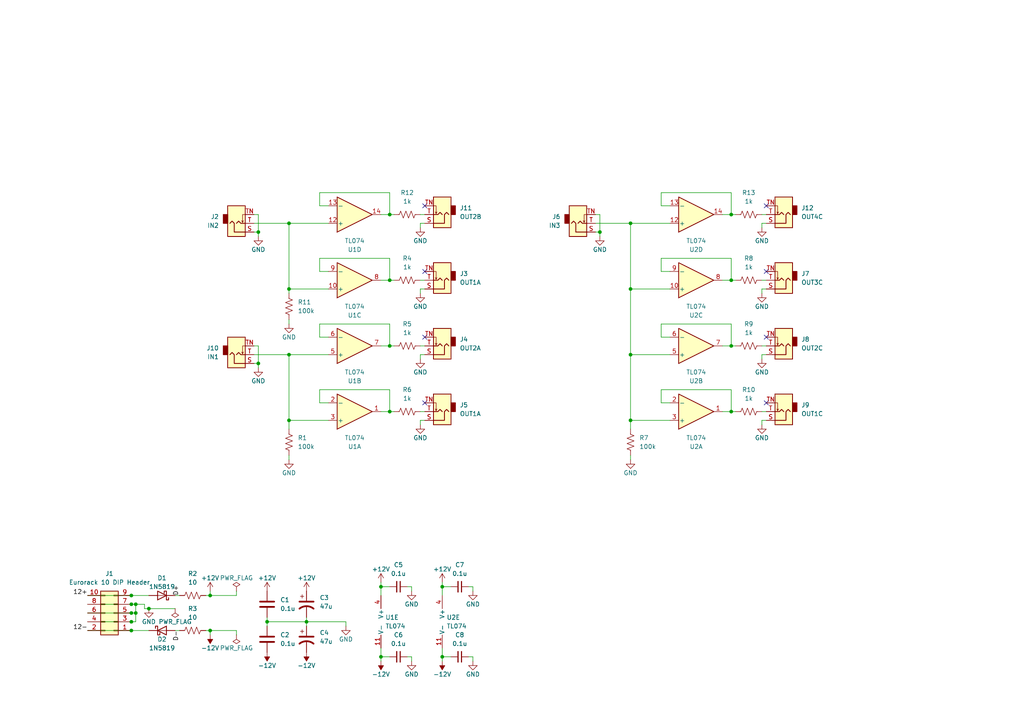
<source format=kicad_sch>
(kicad_sch (version 20230121) (generator eeschema)
  (paper "A4")
  (lib_symbols
    (symbol "Amplifier_Operational:TL074" (pin_names (offset 0.127))
      (property "Reference" "U" (at 0 5.08 0))
      (property "Value" "TL074" (at 0 -5.08 0))
      (symbol "TL074_1_1"
        (polyline (pts (xy -5.08 5.08) (xy 5.08 0) (xy -5.08 -5.08) (xy -5.08 5.08)) (stroke (width 0.254)) (fill (type background)))
        (pin output line (at 7.62 0 180) (length 2.54) (name "~") (number "1"))
        (pin input line (at -7.62 -2.54 0) (length 2.54) (name "-") (number "2"))
        (pin input line (at -7.62 2.54 0) (length 2.54) (name "+") (number "3"))
      )
      (symbol "TL074_2_1"
        (polyline (pts (xy -5.08 5.08) (xy 5.08 0) (xy -5.08 -5.08) (xy -5.08 5.08)) (stroke (width 0.254)) (fill (type background)))
        (pin input line (at -7.62 2.54 0) (length 2.54) (name "+") (number "5"))
        (pin input line (at -7.62 -2.54 0) (length 2.54) (name "-") (number "6"))
        (pin output line (at 7.62 0 180) (length 2.54) (name "~") (number "7"))
      )
      (symbol "TL074_3_1"
        (polyline (pts (xy -5.08 5.08) (xy 5.08 0) (xy -5.08 -5.08) (xy -5.08 5.08)) (stroke (width 0.254)) (fill (type background)))
        (pin input line (at -7.62 2.54 0) (length 2.54) (name "+") (number "10"))
        (pin output line (at 7.62 0 180) (length 2.54) (name "~") (number "8"))
        (pin input line (at -7.62 -2.54 0) (length 2.54) (name "-") (number "9"))
      )
      (symbol "TL074_4_1"
        (polyline (pts (xy -5.08 5.08) (xy 5.08 0) (xy -5.08 -5.08) (xy -5.08 5.08)) (stroke (width 0.254)) (fill (type background)))
        (pin input line (at -7.62 2.54 0) (length 2.54) (name "+") (number "12"))
        (pin input line (at -7.62 -2.54 0) (length 2.54) (name "-") (number "13"))
        (pin output line (at 7.62 0 180) (length 2.54) (name "~") (number "14"))
      )
      (symbol "TL074_5_1"
        (pin power_in line (at -2.54 -7.62 90) (length 3.81) (name "V-") (number "11"))
        (pin power_in line (at -2.54 7.62 270) (length 3.81) (name "V+") (number "4"))
      )
    )
    (symbol "Connector:AudioJack2_SwitchT"
      (property "Reference" "J" (at 0 8.89 0))
      (property "Value" "AudioJack2_SwitchT" (at 0 6.35 0))
      (symbol "AudioJack2_SwitchT_0_1"
        (rectangle (start -2.54 0) (end -3.81 -2.54) (stroke (width 0.254)) (fill (type outline)))
        (polyline (pts (xy 1.778 -0.254) (xy 2.032 -0.762)))
        (polyline (pts (xy 0 0) (xy 0.635 -0.635) (xy 1.27 0) (xy 2.54 0)) (stroke (width 0.254)))
        (polyline (pts (xy 2.54 -2.54) (xy 1.778 -2.54) (xy 1.778 -0.254) (xy 1.524 -0.762)))
        (polyline (pts (xy 2.54 2.54) (xy -0.635 2.54) (xy -0.635 0) (xy -1.27 -0.635) (xy -1.905 0)) (stroke (width 0.254)))
        (rectangle (start 2.54 3.81) (end -2.54 -5.08) (stroke (width 0.254)) (fill (type background)))
      )
      (symbol "AudioJack2_SwitchT_1_1"
        (pin passive line (at 5.08 2.54 180) (length 2.54) (name "~") (number "S"))
        (pin passive line (at 5.08 0 180) (length 2.54) (name "~") (number "T"))
        (pin passive line (at 5.08 -2.54 180) (length 2.54) (name "~") (number "TN"))
      )
    )
    (symbol "Connector_Generic:Conn_02x05_Odd_Even" (pin_names (offset 1.016) hide)
      (property "Reference" "J" (at 1.27 7.62 0))
      (property "Value" "Conn_02x05_Odd_Even" (at 1.27 -7.62 0))
      (symbol "Conn_02x05_Odd_Even_1_1"
        (rectangle (start -1.27 -4.953) (end 0 -5.207) (stroke (width 0.1524)))
        (rectangle (start -1.27 -2.413) (end 0 -2.667) (stroke (width 0.1524)))
        (rectangle (start -1.27 0.127) (end 0 -0.127) (stroke (width 0.1524)))
        (rectangle (start -1.27 2.667) (end 0 2.413) (stroke (width 0.1524)))
        (rectangle (start -1.27 5.207) (end 0 4.953) (stroke (width 0.1524)))
        (rectangle (start -1.27 6.35) (end 3.81 -6.35) (stroke (width 0.254)) (fill (type background)))
        (rectangle (start 3.81 -4.953) (end 2.54 -5.207) (stroke (width 0.1524)))
        (rectangle (start 3.81 -2.413) (end 2.54 -2.667) (stroke (width 0.1524)))
        (rectangle (start 3.81 0.127) (end 2.54 -0.127) (stroke (width 0.1524)))
        (rectangle (start 3.81 2.667) (end 2.54 2.413) (stroke (width 0.1524)))
        (rectangle (start 3.81 5.207) (end 2.54 4.953) (stroke (width 0.1524)))
        (pin passive line (at -5.08 5.08 0) (length 3.81) (name "Pin_1") (number "1"))
        (pin passive line (at 7.62 -5.08 180) (length 3.81) (name "Pin_10") (number "10"))
        (pin passive line (at 7.62 5.08 180) (length 3.81) (name "Pin_2") (number "2"))
        (pin passive line (at -5.08 2.54 0) (length 3.81) (name "Pin_3") (number "3"))
        (pin passive line (at 7.62 2.54 180) (length 3.81) (name "Pin_4") (number "4"))
        (pin passive line (at -5.08 0 0) (length 3.81) (name "Pin_5") (number "5"))
        (pin passive line (at 7.62 0 180) (length 3.81) (name "Pin_6") (number "6"))
        (pin passive line (at -5.08 -2.54 0) (length 3.81) (name "Pin_7") (number "7"))
        (pin passive line (at 7.62 -2.54 180) (length 3.81) (name "Pin_8") (number "8"))
        (pin passive line (at -5.08 -5.08 0) (length 3.81) (name "Pin_9") (number "9"))
      )
    )
    (symbol "Device:C" (pin_numbers hide) (pin_names (offset 0.254))
      (property "Reference" "C" (at 0.635 2.54 0))
      (property "Value" "C" (at 0.635 -2.54 0))
      (symbol "C_0_1"
        (polyline (pts (xy -2.032 -0.762) (xy 2.032 -0.762)) (stroke (width 0.508)))
        (polyline (pts (xy -2.032 0.762) (xy 2.032 0.762)) (stroke (width 0.508)))
      )
      (symbol "C_1_1"
        (pin passive line (at 0 3.81 270) (length 2.794) (name "~") (number "1"))
        (pin passive line (at 0 -3.81 90) (length 2.794) (name "~") (number "2"))
      )
    )
    (symbol "Device:C_Polarized_US" (pin_numbers hide) (pin_names (offset 0.254) hide)
      (property "Reference" "C" (at 0.635 2.54 0))
      (property "Value" "C_Polarized_US" (at 0.635 -2.54 0))
      (symbol "C_Polarized_US_0_1"
        (polyline (pts (xy -2.032 0.762) (xy 2.032 0.762)) (stroke (width 0.508)))
        (polyline (pts (xy -1.778 2.286) (xy -0.762 2.286)))
        (polyline (pts (xy -1.27 1.778) (xy -1.27 2.794)))
        (arc (start 2.032 -1.27) (mid 0 -0.5572) (end -2.032 -1.27) (stroke (width 0.508)))
      )
      (symbol "C_Polarized_US_1_1"
        (pin passive line (at 0 3.81 270) (length 2.794) (name "~") (number "1"))
        (pin passive line (at 0 -3.81 90) (length 3.302) (name "~") (number "2"))
      )
    )
    (symbol "Device:C_Small" (pin_numbers hide) (pin_names (offset 0.254) hide)
      (property "Reference" "C" (at 0.254 1.778 0))
      (property "Value" "C_Small" (at 0.254 -2.032 0))
      (symbol "C_Small_0_1"
        (polyline (pts (xy -1.524 -0.508) (xy 1.524 -0.508)) (stroke (width 0.3302)))
        (polyline (pts (xy -1.524 0.508) (xy 1.524 0.508)) (stroke (width 0.3048)))
      )
      (symbol "C_Small_1_1"
        (pin passive line (at 0 2.54 270) (length 2.032) (name "~") (number "1"))
        (pin passive line (at 0 -2.54 90) (length 2.032) (name "~") (number "2"))
      )
    )
    (symbol "Device:R_US" (pin_numbers hide) (pin_names (offset 0))
      (property "Reference" "R" (at 2.54 0 90))
      (property "Value" "R_US" (at -2.54 0 90))
      (symbol "R_US_0_1"
        (polyline (pts (xy 0 -2.286) (xy 0 -2.54)))
        (polyline (pts (xy 0 2.286) (xy 0 2.54)))
        (polyline (pts (xy 0 -0.762) (xy 1.016 -1.143) (xy 0 -1.524) (xy -1.016 -1.905) (xy 0 -2.286)))
        (polyline (pts (xy 0 0.762) (xy 1.016 0.381) (xy 0 0) (xy -1.016 -0.381) (xy 0 -0.762)))
        (polyline (pts (xy 0 2.286) (xy 1.016 1.905) (xy 0 1.524) (xy -1.016 1.143) (xy 0 0.762)))
      )
      (symbol "R_US_1_1"
        (pin passive line (at 0 3.81 270) (length 1.27) (name "~") (number "1"))
        (pin passive line (at 0 -3.81 90) (length 1.27) (name "~") (number "2"))
      )
    )
    (symbol "Diode:1N5819" (pin_numbers hide) (pin_names (offset 1.016) hide)
      (property "Reference" "D" (at 0 2.54 0))
      (property "Value" "1N5819" (at 0 -2.54 0))
      (symbol "1N5819_0_1"
        (polyline (pts (xy 1.27 0) (xy -1.27 0)))
        (polyline (pts (xy 1.27 1.27) (xy 1.27 -1.27) (xy -1.27 0) (xy 1.27 1.27)) (stroke (width 0.254)))
        (polyline (pts (xy -1.905 0.635) (xy -1.905 1.27) (xy -1.27 1.27) (xy -1.27 -1.27) (xy -0.635 -1.27) (xy -0.635 -0.635)) (stroke (width 0.254)))
      )
      (symbol "1N5819_1_1"
        (pin passive line (at -3.81 0 0) (length 2.54) (name "K") (number "1"))
        (pin passive line (at 3.81 0 180) (length 2.54) (name "A") (number "2"))
      )
    )
    (symbol "power:+12V" (power) (pin_names (offset 0))
      (property "Value" "+12V" (at 0 3.556 0))
      (symbol "+12V_0_1"
        (polyline (pts (xy -0.762 1.27) (xy 0 2.54)))
        (polyline (pts (xy 0 0) (xy 0 2.54)))
        (polyline (pts (xy 0 2.54) (xy 0.762 1.27)))
      )
      (symbol "+12V_1_1"
        (pin power_in line (at 0 0 90) (length 0) hide (name "+12V") (number "1"))
      )
    )
    (symbol "power:-12V" (power) (pin_names (offset 0))
      (property "Value" "-12V" (at 0 3.81 0))
      (symbol "-12V_0_0"
        (pin power_in line (at 0 0 90) (length 0) hide (name "-12V") (number "1"))
      )
      (symbol "-12V_0_1"
        (polyline (pts (xy 0 0) (xy 0 1.27) (xy 0.762 1.27) (xy 0 2.54) (xy -0.762 1.27) (xy 0 1.27)) (fill (type outline)))
      )
    )
    (symbol "power:GND" (power) (pin_names (offset 0))
      (property "Value" "GND" (at 0 -3.81 0))
      (symbol "GND_0_1"
        (polyline (pts (xy 0 0) (xy 0 -1.27) (xy 1.27 -1.27) (xy 0 -2.54) (xy -1.27 -1.27) (xy 0 -1.27)))
      )
      (symbol "GND_1_1"
        (pin power_in line (at 0 0 270) (length 0) hide (name "GND") (number "1"))
      )
    )
    (symbol "power:PWR_FLAG" (power) (pin_numbers hide) (pin_names (offset 0) hide)
      (property "Value" "PWR_FLAG" (at 0 3.81 0))
      (symbol "PWR_FLAG_0_0"
        (pin power_out line (at 0 0 90) (length 0) (name "pwr") (number "1"))
      )
      (symbol "PWR_FLAG_0_1"
        (polyline (pts (xy 0 0) (xy 0 1.27) (xy -1.016 1.905) (xy 0 2.54) (xy 1.016 1.905) (xy 0 1.27)))
      )
    )
  )
  (junction (at 212.09 62.23))
  (junction (at 74.93 67.31))
  (junction (at 173.99 67.31))
  (junction (at 182.88 102.87))
  (junction (at 38.1 172.72))
  (junction (at 182.88 121.92))
  (junction (at 38.1 175.26))
  (junction (at 83.82 83.82))
  (junction (at 182.88 64.77))
  (junction (at 128.27 170.18))
  (junction (at 43.18 176.53))
  (junction (at 212.09 100.33))
  (junction (at 74.93 105.41))
  (junction (at 110.49 170.18))
  (junction (at 77.47 180.34))
  (junction (at 83.82 102.87))
  (junction (at 113.03 119.38))
  (junction (at 83.82 121.92))
  (junction (at 38.1 177.8))
  (junction (at 83.82 64.77))
  (junction (at 38.1 180.34))
  (junction (at 39.37 177.8))
  (junction (at 113.03 62.23))
  (junction (at 113.03 81.28))
  (junction (at 113.03 100.33))
  (junction (at 38.1 182.88))
  (junction (at 88.9 180.34))
  (junction (at 60.96 182.88))
  (junction (at 60.96 172.72))
  (junction (at 212.09 81.28))
  (junction (at 39.37 175.26))
  (junction (at 110.49 190.5))
  (junction (at 128.27 190.5))
  (junction (at 212.09 119.38))
  (junction (at 182.88 83.82))
  (no_connect (at 222.25 116.84))
  (no_connect (at 123.19 116.84))
  (no_connect (at 123.19 97.79))
  (no_connect (at 222.25 97.79))
  (no_connect (at 222.25 59.69))
  (no_connect (at 123.19 78.74))
  (no_connect (at 222.25 78.74))
  (no_connect (at 123.19 59.69))
  (wire (pts (xy 212.09 119.38) (xy 209.55 119.38)))
  (wire (pts (xy 25.4 172.72) (xy 38.1 172.72)))
  (wire (pts (xy 137.16 190.5) (xy 137.16 191.77)))
  (wire (pts (xy 220.98 121.92) (xy 220.98 123.19)))
  (wire (pts (xy 92.71 116.84) (xy 92.71 113.03)))
  (wire (pts (xy 212.09 119.38) (xy 213.36 119.38)))
  (wire (pts (xy 191.77 93.98) (xy 212.09 93.98)))
  (wire (pts (xy 73.66 64.77) (xy 83.82 64.77)))
  (wire (pts (xy 222.25 83.82) (xy 220.98 83.82)))
  (wire (pts (xy 121.92 119.38) (xy 123.19 119.38)))
  (wire (pts (xy 68.58 182.88) (xy 68.58 184.15)))
  (wire (pts (xy 88.9 179.07) (xy 88.9 180.34)))
  (wire (pts (xy 182.88 83.82) (xy 194.31 83.82)))
  (wire (pts (xy 194.31 116.84) (xy 191.77 116.84)))
  (wire (pts (xy 100.33 180.34) (xy 88.9 180.34)))
  (wire (pts (xy 95.25 97.79) (xy 92.71 97.79)))
  (wire (pts (xy 38.1 177.8) (xy 39.37 177.8)))
  (wire (pts (xy 50.8 172.72) (xy 52.07 172.72)))
  (wire (pts (xy 220.98 81.28) (xy 222.25 81.28)))
  (wire (pts (xy 182.88 121.92) (xy 182.88 124.46)))
  (wire (pts (xy 74.93 67.31) (xy 74.93 68.58)))
  (wire (pts (xy 50.8 182.88) (xy 52.07 182.88)))
  (wire (pts (xy 182.88 64.77) (xy 194.31 64.77)))
  (wire (pts (xy 74.93 105.41) (xy 74.93 106.68)))
  (wire (pts (xy 110.49 62.23) (xy 113.03 62.23)))
  (wire (pts (xy 39.37 180.34) (xy 39.37 177.8)))
  (wire (pts (xy 113.03 81.28) (xy 110.49 81.28)))
  (wire (pts (xy 41.91 176.53) (xy 43.18 176.53)))
  (wire (pts (xy 121.92 81.28) (xy 123.19 81.28)))
  (wire (pts (xy 121.92 102.87) (xy 121.92 104.14)))
  (wire (pts (xy 113.03 62.23) (xy 113.03 55.88)))
  (wire (pts (xy 83.82 64.77) (xy 83.82 83.82)))
  (wire (pts (xy 83.82 102.87) (xy 83.82 121.92)))
  (wire (pts (xy 39.37 177.8) (xy 39.37 175.26)))
  (wire (pts (xy 88.9 180.34) (xy 88.9 181.61)))
  (wire (pts (xy 222.25 102.87) (xy 220.98 102.87)))
  (wire (pts (xy 110.49 190.5) (xy 110.49 187.96)))
  (wire (pts (xy 38.1 172.72) (xy 43.18 172.72)))
  (wire (pts (xy 95.25 116.84) (xy 92.71 116.84)))
  (wire (pts (xy 137.16 170.18) (xy 137.16 171.45)))
  (wire (pts (xy 113.03 74.93) (xy 113.03 81.28)))
  (wire (pts (xy 128.27 170.18) (xy 130.81 170.18)))
  (wire (pts (xy 121.92 64.77) (xy 121.92 66.04)))
  (wire (pts (xy 41.91 175.26) (xy 41.91 176.53)))
  (wire (pts (xy 119.38 170.18) (xy 119.38 171.45)))
  (wire (pts (xy 128.27 190.5) (xy 128.27 187.96)))
  (wire (pts (xy 121.92 100.33) (xy 123.19 100.33)))
  (wire (pts (xy 123.19 83.82) (xy 121.92 83.82)))
  (wire (pts (xy 212.09 81.28) (xy 213.36 81.28)))
  (wire (pts (xy 60.96 171.45) (xy 60.96 172.72)))
  (wire (pts (xy 110.49 170.18) (xy 113.03 170.18)))
  (wire (pts (xy 121.92 62.23) (xy 123.19 62.23)))
  (wire (pts (xy 212.09 100.33) (xy 213.36 100.33)))
  (wire (pts (xy 212.09 55.88) (xy 191.77 55.88)))
  (wire (pts (xy 118.11 190.5) (xy 119.38 190.5)))
  (wire (pts (xy 38.1 180.34) (xy 39.37 180.34)))
  (wire (pts (xy 110.49 190.5) (xy 110.49 191.77)))
  (wire (pts (xy 77.47 180.34) (xy 77.47 181.61)))
  (wire (pts (xy 212.09 93.98) (xy 212.09 100.33)))
  (wire (pts (xy 182.88 132.08) (xy 182.88 133.35)))
  (wire (pts (xy 212.09 81.28) (xy 209.55 81.28)))
  (wire (pts (xy 113.03 62.23) (xy 114.3 62.23)))
  (wire (pts (xy 77.47 179.07) (xy 77.47 180.34)))
  (wire (pts (xy 121.92 83.82) (xy 121.92 85.09)))
  (wire (pts (xy 172.72 62.23) (xy 173.99 62.23)))
  (wire (pts (xy 182.88 83.82) (xy 182.88 102.87)))
  (wire (pts (xy 222.25 121.92) (xy 220.98 121.92)))
  (wire (pts (xy 194.31 97.79) (xy 191.77 97.79)))
  (wire (pts (xy 68.58 171.45) (xy 68.58 172.72)))
  (wire (pts (xy 191.77 74.93) (xy 212.09 74.93)))
  (wire (pts (xy 191.77 97.79) (xy 191.77 93.98)))
  (wire (pts (xy 191.77 59.69) (xy 194.31 59.69)))
  (wire (pts (xy 220.98 119.38) (xy 222.25 119.38)))
  (wire (pts (xy 77.47 180.34) (xy 88.9 180.34)))
  (wire (pts (xy 173.99 67.31) (xy 173.99 68.58)))
  (wire (pts (xy 130.81 190.5) (xy 128.27 190.5)))
  (wire (pts (xy 100.33 181.61) (xy 100.33 180.34)))
  (wire (pts (xy 83.82 92.71) (xy 83.82 93.98)))
  (wire (pts (xy 113.03 190.5) (xy 110.49 190.5)))
  (wire (pts (xy 59.69 172.72) (xy 60.96 172.72)))
  (wire (pts (xy 95.25 78.74) (xy 92.71 78.74)))
  (wire (pts (xy 83.82 83.82) (xy 83.82 85.09)))
  (wire (pts (xy 135.89 190.5) (xy 137.16 190.5)))
  (wire (pts (xy 92.71 113.03) (xy 113.03 113.03)))
  (wire (pts (xy 182.88 102.87) (xy 194.31 102.87)))
  (wire (pts (xy 220.98 62.23) (xy 222.25 62.23)))
  (wire (pts (xy 194.31 78.74) (xy 191.77 78.74)))
  (wire (pts (xy 38.1 182.88) (xy 43.18 182.88)))
  (wire (pts (xy 123.19 102.87) (xy 121.92 102.87)))
  (wire (pts (xy 113.03 119.38) (xy 110.49 119.38)))
  (wire (pts (xy 83.82 83.82) (xy 95.25 83.82)))
  (wire (pts (xy 220.98 64.77) (xy 220.98 66.04)))
  (wire (pts (xy 212.09 74.93) (xy 212.09 81.28)))
  (wire (pts (xy 191.77 116.84) (xy 191.77 113.03)))
  (wire (pts (xy 92.71 59.69) (xy 95.25 59.69)))
  (wire (pts (xy 74.93 62.23) (xy 74.93 67.31)))
  (wire (pts (xy 128.27 170.18) (xy 128.27 172.72)))
  (wire (pts (xy 113.03 55.88) (xy 92.71 55.88)))
  (wire (pts (xy 212.09 62.23) (xy 213.36 62.23)))
  (wire (pts (xy 113.03 93.98) (xy 113.03 100.33)))
  (wire (pts (xy 113.03 100.33) (xy 110.49 100.33)))
  (wire (pts (xy 60.96 182.88) (xy 68.58 182.88)))
  (wire (pts (xy 92.71 93.98) (xy 113.03 93.98)))
  (wire (pts (xy 60.96 172.72) (xy 68.58 172.72)))
  (wire (pts (xy 128.27 168.91) (xy 128.27 170.18)))
  (wire (pts (xy 123.19 121.92) (xy 121.92 121.92)))
  (wire (pts (xy 39.37 175.26) (xy 41.91 175.26)))
  (wire (pts (xy 25.4 177.8) (xy 38.1 177.8)))
  (wire (pts (xy 191.77 113.03) (xy 212.09 113.03)))
  (wire (pts (xy 92.71 74.93) (xy 113.03 74.93)))
  (wire (pts (xy 123.19 64.77) (xy 121.92 64.77)))
  (wire (pts (xy 83.82 121.92) (xy 95.25 121.92)))
  (wire (pts (xy 83.82 121.92) (xy 83.82 124.46)))
  (wire (pts (xy 121.92 121.92) (xy 121.92 123.19)))
  (wire (pts (xy 73.66 102.87) (xy 83.82 102.87)))
  (wire (pts (xy 83.82 132.08) (xy 83.82 133.35)))
  (wire (pts (xy 113.03 81.28) (xy 114.3 81.28)))
  (wire (pts (xy 74.93 100.33) (xy 74.93 105.41)))
  (wire (pts (xy 92.71 97.79) (xy 92.71 93.98)))
  (wire (pts (xy 182.88 102.87) (xy 182.88 121.92)))
  (wire (pts (xy 110.49 170.18) (xy 110.49 172.72)))
  (wire (pts (xy 113.03 119.38) (xy 114.3 119.38)))
  (wire (pts (xy 73.66 62.23) (xy 74.93 62.23)))
  (wire (pts (xy 222.25 64.77) (xy 220.98 64.77)))
  (wire (pts (xy 73.66 105.41) (xy 74.93 105.41)))
  (wire (pts (xy 25.4 175.26) (xy 38.1 175.26)))
  (wire (pts (xy 191.77 55.88) (xy 191.77 59.69)))
  (wire (pts (xy 73.66 67.31) (xy 74.93 67.31)))
  (wire (pts (xy 220.98 83.82) (xy 220.98 85.09)))
  (wire (pts (xy 92.71 78.74) (xy 92.71 74.93)))
  (wire (pts (xy 119.38 190.5) (xy 119.38 191.77)))
  (wire (pts (xy 135.89 170.18) (xy 137.16 170.18)))
  (wire (pts (xy 182.88 64.77) (xy 182.88 83.82)))
  (wire (pts (xy 212.09 100.33) (xy 209.55 100.33)))
  (wire (pts (xy 110.49 168.91) (xy 110.49 170.18)))
  (wire (pts (xy 212.09 113.03) (xy 212.09 119.38)))
  (wire (pts (xy 83.82 64.77) (xy 95.25 64.77)))
  (wire (pts (xy 209.55 62.23) (xy 212.09 62.23)))
  (wire (pts (xy 172.72 67.31) (xy 173.99 67.31)))
  (wire (pts (xy 43.18 176.53) (xy 50.8 176.53)))
  (wire (pts (xy 83.82 102.87) (xy 95.25 102.87)))
  (wire (pts (xy 113.03 113.03) (xy 113.03 119.38)))
  (wire (pts (xy 38.1 175.26) (xy 39.37 175.26)))
  (wire (pts (xy 59.69 182.88) (xy 60.96 182.88)))
  (wire (pts (xy 173.99 62.23) (xy 173.99 67.31)))
  (wire (pts (xy 128.27 190.5) (xy 128.27 191.77)))
  (wire (pts (xy 25.4 182.88) (xy 38.1 182.88)))
  (wire (pts (xy 60.96 182.88) (xy 60.96 184.15)))
  (wire (pts (xy 92.71 55.88) (xy 92.71 59.69)))
  (wire (pts (xy 118.11 170.18) (xy 119.38 170.18)))
  (wire (pts (xy 191.77 78.74) (xy 191.77 74.93)))
  (wire (pts (xy 172.72 64.77) (xy 182.88 64.77)))
  (wire (pts (xy 113.03 100.33) (xy 114.3 100.33)))
  (wire (pts (xy 220.98 100.33) (xy 222.25 100.33)))
  (wire (pts (xy 73.66 100.33) (xy 74.93 100.33)))
  (wire (pts (xy 220.98 102.87) (xy 220.98 104.14)))
  (wire (pts (xy 25.4 180.34) (xy 38.1 180.34)))
  (wire (pts (xy 182.88 121.92) (xy 194.31 121.92)))
  (wire (pts (xy 212.09 62.23) (xy 212.09 55.88)))
  (label "D+" (at 52.07 172.72 90))
  (label "D-" (at 52.07 182.88 270))
  (label "12-" (at 25.4 182.88 180))
  (label "12+" (at 25.4 172.72 180))
  (symbol (lib_id "power:GND") (at 83.82 93.98 0) (unit 1)
    (property "Reference" "#PWR028" (effects hide))
    (property "Value" "GND" (at 83.82 97.79 0))
  )
  (symbol (lib_id "power:PWR_FLAG") (at 68.58 171.45 0) (unit 1)
    (property "Reference" "#FLG02" (effects hide))
    (property "Value" "PWR_FLAG" (at 68.58 167.64 0))
  )
  (symbol (lib_id "power:GND") (at 121.92 85.09 0) (unit 1)
    (property "Reference" "#PWR013" (effects hide))
    (property "Value" "GND" (at 121.92 88.9 0))
  )
  (symbol (lib_id "Device:C_Small") (at 115.57 170.18 270) (unit 1)
    (property "Reference" "C5" (at 115.5636 163.83 90))
    (property "Value" "0.1u" (at 115.5636 166.37 90))
    (property "Footprint" "Capacitor_THT:C_Disc_D4.7mm_W2.5mm_P5.00mm" (effects hide))
  )
  (symbol (lib_id "Device:R_US") (at 83.82 128.27 0) (unit 1)
    (property "Reference" "R1" (at 86.36 126.9999 0) (effects (justify left)))
    (property "Value" "100k" (at 86.36 129.5399 0) (effects (justify left)))
    (property "Footprint" "Resistor_THT:R_Axial_DIN0207_L6.3mm_D2.5mm_P7.62mm_Horizontal" (effects hide))
  )
  (symbol (lib_id "Connector:AudioJack2_SwitchT") (at 167.64 64.77 0) (mirror x) (unit 1)
    (property "Reference" "J6" (at 162.56 62.8649 0) (effects (justify right)))
    (property "Value" "IN3" (at 162.56 65.4049 0) (effects (justify right)))
    (property "Footprint" "Connector_Audio:Jack_3.5mm_QingPu_WQP-PJ398SM_Vertical_CircularHoles" (effects hide))
  )
  (symbol (lib_id "Device:R_US") (at 118.11 62.23 90) (unit 1)
    (property "Reference" "R12" (at 118.11 55.88 90))
    (property "Value" "1k" (at 118.11 58.42 90))
    (property "Footprint" "Resistor_THT:R_Axial_DIN0207_L6.3mm_D2.5mm_P7.62mm_Horizontal" (effects hide))
  )
  (symbol (lib_id "power:GND") (at 137.16 191.77 0) (unit 1)
    (property "Reference" "#PWR021" (effects hide))
    (property "Value" "GND" (at 137.16 195.58 0))
  )
  (symbol (lib_id "power:GND") (at 220.98 66.04 0) (unit 1)
    (property "Reference" "#PWR030" (effects hide))
    (property "Value" "GND" (at 220.98 69.85 0))
  )
  (symbol (lib_id "Connector:AudioJack2_SwitchT") (at 68.58 102.87 0) (mirror x) (unit 1)
    (property "Reference" "J10" (at 63.5 100.9649 0) (effects (justify right)))
    (property "Value" "IN1" (at 63.5 103.5049 0) (effects (justify right)))
    (property "Footprint" "Connector_Audio:Jack_3.5mm_QingPu_WQP-PJ398SM_Vertical_CircularHoles" (effects hide))
  )
  (symbol (lib_id "power:+12V") (at 77.47 171.45 0) (unit 1)
    (property "Reference" "#PWR06" (effects hide))
    (property "Value" "+12V" (at 77.47 167.64 0))
  )
  (symbol (lib_id "power:GND") (at 119.38 171.45 0) (unit 1)
    (property "Reference" "#PWR016" (effects hide))
    (property "Value" "GND" (at 119.38 175.26 0))
  )
  (symbol (lib_id "Device:R_US") (at 217.17 81.28 90) (unit 1)
    (property "Reference" "R8" (at 217.17 74.93 90))
    (property "Value" "1k" (at 217.17 77.47 90))
    (property "Footprint" "Resistor_THT:R_Axial_DIN0207_L6.3mm_D2.5mm_P7.62mm_Horizontal" (effects hide))
  )
  (symbol (lib_id "Amplifier_Operational:TL074") (at 201.93 62.23 0) (mirror x) (unit 4)
    (property "Reference" "U2" (at 201.93 72.39 0))
    (property "Value" "TL074" (at 201.93 69.85 0))
    (property "Footprint" "Package_DIP:DIP-14_W7.62mm" (effects hide))
    (property "Datasheet" "http://www.ti.com/lit/ds/symlink/tl071.pdf" (effects hide))
  )
  (symbol (lib_id "Amplifier_Operational:TL074") (at 113.03 180.34 0) (unit 5)
    (property "Reference" "U1" (at 111.76 179.0699 0) (effects (justify left)))
    (property "Value" "TL074" (at 111.76 181.6099 0) (effects (justify left)))
    (property "Footprint" "Package_DIP:DIP-14_W7.62mm" (effects hide))
    (property "Datasheet" "http://www.ti.com/lit/ds/symlink/tl071.pdf" (effects hide))
  )
  (symbol (lib_id "Device:R_US") (at 55.88 182.88 270) (unit 1)
    (property "Reference" "R3" (at 55.88 176.53 90))
    (property "Value" "10" (at 55.88 179.07 90))
    (property "Footprint" "Resistor_THT:R_Axial_DIN0207_L6.3mm_D2.5mm_P7.62mm_Horizontal" (effects hide))
  )
  (symbol (lib_id "Device:R_US") (at 217.17 100.33 90) (unit 1)
    (property "Reference" "R9" (at 217.17 93.98 90))
    (property "Value" "1k" (at 217.17 96.52 90))
    (property "Footprint" "Resistor_THT:R_Axial_DIN0207_L6.3mm_D2.5mm_P7.62mm_Horizontal" (effects hide))
  )
  (symbol (lib_id "power:GND") (at 220.98 123.19 0) (unit 1)
    (property "Reference" "#PWR026" (effects hide))
    (property "Value" "GND" (at 220.98 127 0))
  )
  (symbol (lib_id "Device:C") (at 77.47 185.42 180) (unit 1)
    (property "Reference" "C2" (at 81.28 184.1499 0) (effects (justify right)))
    (property "Value" "0.1u" (at 81.28 186.6899 0) (effects (justify right)))
    (property "Footprint" "Capacitor_THT:C_Disc_D4.7mm_W2.5mm_P5.00mm" (effects hide))
  )
  (symbol (lib_id "Device:R_US") (at 217.17 62.23 90) (unit 1)
    (property "Reference" "R13" (at 217.17 55.88 90))
    (property "Value" "1k" (at 217.17 58.42 90))
    (property "Footprint" "Resistor_THT:R_Axial_DIN0207_L6.3mm_D2.5mm_P7.62mm_Horizontal" (effects hide))
  )
  (symbol (lib_id "Amplifier_Operational:TL074") (at 102.87 100.33 0) (mirror x) (unit 2)
    (property "Reference" "U1" (at 102.87 110.49 0))
    (property "Value" "TL074" (at 102.87 107.95 0))
    (property "Footprint" "Package_DIP:DIP-14_W7.62mm" (effects hide))
    (property "Datasheet" "http://www.ti.com/lit/ds/symlink/tl071.pdf" (effects hide))
  )
  (symbol (lib_id "Connector:AudioJack2_SwitchT") (at 128.27 81.28 180) (unit 1)
    (property "Reference" "J3" (at 133.35 79.3749 0) (effects (justify right)))
    (property "Value" "OUT1A" (at 133.35 81.9149 0) (effects (justify right)))
    (property "Footprint" "Connector_Audio:Jack_3.5mm_QingPu_WQP-PJ398SM_Vertical_CircularHoles" (effects hide))
  )
  (symbol (lib_id "Diode:1N5819") (at 46.99 172.72 180) (unit 1)
    (property "Reference" "D1" (at 46.99 167.64 0))
    (property "Value" "1N5819" (at 46.99 170.18 0))
    (property "Footprint" "Diode_THT:D_DO-41_SOD81_P10.16mm_Horizontal" (effects hide))
    (property "Datasheet" "http://www.vishay.com/docs/88525/1n5817.pdf" (effects hide))
  )
  (symbol (lib_id "Connector:AudioJack2_SwitchT") (at 227.33 81.28 180) (unit 1)
    (property "Reference" "J7" (at 232.41 79.3749 0) (effects (justify right)))
    (property "Value" "OUT3C" (at 232.41 81.9149 0) (effects (justify right)))
    (property "Footprint" "Connector_Audio:Jack_3.5mm_QingPu_WQP-PJ398SM_Vertical_CircularHoles" (effects hide))
  )
  (symbol (lib_id "Amplifier_Operational:TL074") (at 201.93 119.38 0) (mirror x) (unit 1)
    (property "Reference" "U2" (at 201.93 129.54 0))
    (property "Value" "TL074" (at 201.93 127 0))
    (property "Footprint" "Package_DIP:DIP-14_W7.62mm" (effects hide))
    (property "Datasheet" "http://www.ti.com/lit/ds/symlink/tl071.pdf" (effects hide))
  )
  (symbol (lib_id "power:GND") (at 74.93 68.58 0) (unit 1)
    (property "Reference" "#PWR02" (effects hide))
    (property "Value" "GND" (at 74.93 72.39 0))
  )
  (symbol (lib_id "Connector:AudioJack2_SwitchT") (at 128.27 100.33 180) (unit 1)
    (property "Reference" "J4" (at 133.35 98.4249 0) (effects (justify right)))
    (property "Value" "OUT2A" (at 133.35 100.9649 0) (effects (justify right)))
    (property "Footprint" "Connector_Audio:Jack_3.5mm_QingPu_WQP-PJ398SM_Vertical_CircularHoles" (effects hide))
  )
  (symbol (lib_id "Amplifier_Operational:TL074") (at 102.87 62.23 0) (mirror x) (unit 4)
    (property "Reference" "U1" (at 102.87 72.39 0))
    (property "Value" "TL074" (at 102.87 69.85 0))
    (property "Footprint" "Package_DIP:DIP-14_W7.62mm" (effects hide))
    (property "Datasheet" "http://www.ti.com/lit/ds/symlink/tl071.pdf" (effects hide))
  )
  (symbol (lib_id "power:GND") (at 121.92 123.19 0) (unit 1)
    (property "Reference" "#PWR015" (effects hide))
    (property "Value" "GND" (at 121.92 127 0))
  )
  (symbol (lib_id "power:GND") (at 220.98 85.09 0) (unit 1)
    (property "Reference" "#PWR024" (effects hide))
    (property "Value" "GND" (at 220.98 88.9 0))
  )
  (symbol (lib_id "power:PWR_FLAG") (at 50.8 176.53 180) (unit 1)
    (property "Reference" "#FLG01" (effects hide))
    (property "Value" "PWR_FLAG" (at 50.8 180.34 0))
  )
  (symbol (lib_id "Device:C_Small") (at 133.35 170.18 270) (unit 1)
    (property "Reference" "C7" (at 133.3436 163.83 90))
    (property "Value" "0.1u" (at 133.3436 166.37 90))
    (property "Footprint" "Capacitor_THT:C_Disc_D4.7mm_W2.5mm_P5.00mm" (effects hide))
  )
  (symbol (lib_id "Device:C_Polarized_US") (at 88.9 175.26 0) (unit 1)
    (property "Reference" "C3" (at 92.71 173.3549 0) (effects (justify left)))
    (property "Value" "47u" (at 92.71 175.8949 0) (effects (justify left)))
    (property "Footprint" "Capacitor_THT:CP_Radial_D4.0mm_P2.00mm" (effects hide))
  )
  (symbol (lib_id "power:+12V") (at 88.9 171.45 0) (unit 1)
    (property "Reference" "#PWR08" (effects hide))
    (property "Value" "+12V" (at 88.9 167.64 0))
  )
  (symbol (lib_id "Device:C_Small") (at 133.35 190.5 270) (unit 1)
    (property "Reference" "C8" (at 133.3436 184.15 90))
    (property "Value" "0.1u" (at 133.3436 186.69 90))
    (property "Footprint" "Capacitor_THT:C_Disc_D4.7mm_W2.5mm_P5.00mm" (effects hide))
  )
  (symbol (lib_id "Device:R_US") (at 83.82 88.9 0) (unit 1)
    (property "Reference" "R11" (at 86.36 87.6299 0) (effects (justify left)))
    (property "Value" "100k" (at 86.36 90.1699 0) (effects (justify left)))
    (property "Footprint" "Resistor_THT:R_Axial_DIN0207_L6.3mm_D2.5mm_P7.62mm_Horizontal" (effects hide))
  )
  (symbol (lib_id "power:-12V") (at 110.49 191.77 180) (unit 1)
    (property "Reference" "#PWR012" (effects hide))
    (property "Value" "-12V" (at 110.49 195.58 0))
  )
  (symbol (lib_id "Connector:AudioJack2_SwitchT") (at 128.27 119.38 180) (unit 1)
    (property "Reference" "J5" (at 133.35 117.4749 0) (effects (justify right)))
    (property "Value" "OUT1A" (at 133.35 120.0149 0) (effects (justify right)))
    (property "Footprint" "Connector_Audio:Jack_3.5mm_QingPu_WQP-PJ398SM_Vertical_CircularHoles" (effects hide))
  )
  (symbol (lib_id "Device:C") (at 77.47 175.26 180) (unit 1)
    (property "Reference" "C1" (at 81.28 173.9899 0) (effects (justify right)))
    (property "Value" "0.1u" (at 81.28 176.5299 0) (effects (justify right)))
    (property "Footprint" "Capacitor_THT:C_Disc_D4.7mm_W2.5mm_P5.00mm" (effects hide))
  )
  (symbol (lib_id "power:GND") (at 74.93 106.68 0) (unit 1)
    (property "Reference" "#PWR027" (effects hide))
    (property "Value" "GND" (at 74.93 110.49 0))
  )
  (symbol (lib_id "Connector:AudioJack2_SwitchT") (at 227.33 100.33 180) (unit 1)
    (property "Reference" "J8" (at 232.41 98.4249 0) (effects (justify right)))
    (property "Value" "OUT2C" (at 232.41 100.9649 0) (effects (justify right)))
    (property "Footprint" "Connector_Audio:Jack_3.5mm_QingPu_WQP-PJ398SM_Vertical_CircularHoles" (effects hide))
  )
  (symbol (lib_id "Amplifier_Operational:TL074") (at 102.87 81.28 0) (mirror x) (unit 3)
    (property "Reference" "U1" (at 102.87 91.44 0))
    (property "Value" "TL074" (at 102.87 88.9 0))
    (property "Footprint" "Package_DIP:DIP-14_W7.62mm" (effects hide))
    (property "Datasheet" "http://www.ti.com/lit/ds/symlink/tl071.pdf" (effects hide))
  )
  (symbol (lib_id "power:GND") (at 173.99 68.58 0) (unit 1)
    (property "Reference" "#PWR022" (effects hide))
    (property "Value" "GND" (at 173.99 72.39 0))
  )
  (symbol (lib_id "Connector:AudioJack2_SwitchT") (at 227.33 62.23 180) (unit 1)
    (property "Reference" "J12" (at 232.41 60.3249 0) (effects (justify right)))
    (property "Value" "OUT4C" (at 232.41 62.8649 0) (effects (justify right)))
    (property "Footprint" "Connector_Audio:Jack_3.5mm_QingPu_WQP-PJ398SM_Vertical_CircularHoles" (effects hide))
  )
  (symbol (lib_id "Amplifier_Operational:TL074") (at 201.93 100.33 0) (mirror x) (unit 2)
    (property "Reference" "U2" (at 201.93 110.49 0))
    (property "Value" "TL074" (at 201.93 107.95 0))
    (property "Footprint" "Package_DIP:DIP-14_W7.62mm" (effects hide))
    (property "Datasheet" "http://www.ti.com/lit/ds/symlink/tl071.pdf" (effects hide))
  )
  (symbol (lib_id "power:GND") (at 182.88 133.35 0) (unit 1)
    (property "Reference" "#PWR023" (effects hide))
    (property "Value" "GND" (at 182.88 137.16 0))
  )
  (symbol (lib_id "Device:R_US") (at 118.11 100.33 90) (unit 1)
    (property "Reference" "R5" (at 118.11 93.98 90))
    (property "Value" "1k" (at 118.11 96.52 90))
    (property "Footprint" "Resistor_THT:R_Axial_DIN0207_L6.3mm_D2.5mm_P7.62mm_Horizontal" (effects hide))
  )
  (symbol (lib_id "power:GND") (at 121.92 104.14 0) (unit 1)
    (property "Reference" "#PWR014" (effects hide))
    (property "Value" "GND" (at 121.92 107.95 0))
  )
  (symbol (lib_id "Device:R_US") (at 182.88 128.27 0) (unit 1)
    (property "Reference" "R7" (at 185.42 126.9999 0) (effects (justify left)))
    (property "Value" "100k" (at 185.42 129.5399 0) (effects (justify left)))
    (property "Footprint" "Resistor_THT:R_Axial_DIN0207_L6.3mm_D2.5mm_P7.62mm_Horizontal" (effects hide))
  )
  (symbol (lib_id "power:-12V") (at 77.47 189.23 180) (unit 1)
    (property "Reference" "#PWR07" (effects hide))
    (property "Value" "-12V" (at 77.47 193.04 0))
  )
  (symbol (lib_id "Device:R_US") (at 55.88 172.72 270) (unit 1)
    (property "Reference" "R2" (at 55.88 166.37 90))
    (property "Value" "10" (at 55.88 168.91 90))
    (property "Footprint" "Resistor_THT:R_Axial_DIN0207_L6.3mm_D2.5mm_P7.62mm_Horizontal" (effects hide))
  )
  (symbol (lib_id "Connector:AudioJack2_SwitchT") (at 128.27 62.23 180) (unit 1)
    (property "Reference" "J11" (at 133.35 60.3249 0) (effects (justify right)))
    (property "Value" "OUT2B" (at 133.35 62.8649 0) (effects (justify right)))
    (property "Footprint" "Connector_Audio:Jack_3.5mm_QingPu_WQP-PJ398SM_Vertical_CircularHoles" (effects hide))
  )
  (symbol (lib_id "Amplifier_Operational:TL074") (at 201.93 81.28 0) (mirror x) (unit 3)
    (property "Reference" "U2" (at 201.93 91.44 0))
    (property "Value" "TL074" (at 201.93 88.9 0))
    (property "Footprint" "Package_DIP:DIP-14_W7.62mm" (effects hide))
    (property "Datasheet" "http://www.ti.com/lit/ds/symlink/tl071.pdf" (effects hide))
  )
  (symbol (lib_id "Device:R_US") (at 118.11 81.28 90) (unit 1)
    (property "Reference" "R4" (at 118.11 74.93 90))
    (property "Value" "1k" (at 118.11 77.47 90))
    (property "Footprint" "Resistor_THT:R_Axial_DIN0207_L6.3mm_D2.5mm_P7.62mm_Horizontal" (effects hide))
  )
  (symbol (lib_id "power:GND") (at 220.98 104.14 0) (unit 1)
    (property "Reference" "#PWR025" (effects hide))
    (property "Value" "GND" (at 220.98 107.95 0))
  )
  (symbol (lib_id "Connector:AudioJack2_SwitchT") (at 68.58 64.77 0) (mirror x) (unit 1)
    (property "Reference" "J2" (at 63.5 62.8649 0) (effects (justify right)))
    (property "Value" "IN2" (at 63.5 65.4049 0) (effects (justify right)))
    (property "Footprint" "Connector_Audio:Jack_3.5mm_QingPu_WQP-PJ398SM_Vertical_CircularHoles" (effects hide))
  )
  (symbol (lib_id "Amplifier_Operational:TL074") (at 130.81 180.34 0) (unit 5)
    (property "Reference" "U2" (at 129.54 179.0699 0) (effects (justify left)))
    (property "Value" "TL074" (at 129.54 181.6099 0) (effects (justify left)))
    (property "Footprint" "Package_DIP:DIP-14_W7.62mm" (effects hide))
    (property "Datasheet" "http://www.ti.com/lit/ds/symlink/tl071.pdf" (effects hide))
  )
  (symbol (lib_id "Connector_Generic:Conn_02x05_Odd_Even") (at 33.02 177.8 180) (unit 1)
    (property "Reference" "J1" (at 31.75 166.37 0))
    (property "Value" "Eurorack 10 DIP Header" (at 31.75 168.91 0))
    (property "Footprint" "Custom_Footprints:Eurorack_10_pin_header" (effects hide))
  )
  (symbol (lib_id "power:-12V") (at 128.27 191.77 180) (unit 1)
    (property "Reference" "#PWR019" (effects hide))
    (property "Value" "-12V" (at 128.27 195.58 0))
  )
  (symbol (lib_id "power:GND") (at 119.38 191.77 0) (unit 1)
    (property "Reference" "#PWR017" (effects hide))
    (property "Value" "GND" (at 119.38 195.58 0))
  )
  (symbol (lib_id "Amplifier_Operational:TL074") (at 102.87 119.38 0) (mirror x) (unit 1)
    (property "Reference" "U1" (at 102.87 129.54 0))
    (property "Value" "TL074" (at 102.87 127 0))
    (property "Footprint" "Package_DIP:DIP-14_W7.62mm" (effects hide))
    (property "Datasheet" "http://www.ti.com/lit/ds/symlink/tl071.pdf" (effects hide))
  )
  (symbol (lib_id "power:-12V") (at 88.9 189.23 180) (unit 1)
    (property "Reference" "#PWR09" (effects hide))
    (property "Value" "-12V" (at 88.9 193.04 0))
  )
  (symbol (lib_id "power:GND") (at 137.16 171.45 0) (unit 1)
    (property "Reference" "#PWR020" (effects hide))
    (property "Value" "GND" (at 137.16 175.26 0))
  )
  (symbol (lib_id "Device:R_US") (at 118.11 119.38 90) (unit 1)
    (property "Reference" "R6" (at 118.11 113.03 90))
    (property "Value" "1k" (at 118.11 115.57 90))
    (property "Footprint" "Resistor_THT:R_Axial_DIN0207_L6.3mm_D2.5mm_P7.62mm_Horizontal" (effects hide))
  )
  (symbol (lib_id "power:GND") (at 83.82 133.35 0) (unit 1)
    (property "Reference" "#PWR03" (effects hide))
    (property "Value" "GND" (at 83.82 137.16 0))
  )
  (symbol (lib_id "Diode:1N5819") (at 46.99 182.88 0) (unit 1)
    (property "Reference" "D2" (at 46.99 185.42 0))
    (property "Value" "1N5819" (at 46.99 187.96 0))
    (property "Footprint" "Diode_THT:D_DO-41_SOD81_P10.16mm_Horizontal" (effects hide))
    (property "Datasheet" "http://www.vishay.com/docs/88525/1n5817.pdf" (effects hide))
  )
  (symbol (lib_id "power:-12V") (at 60.96 184.15 180) (unit 1)
    (property "Reference" "#PWR05" (effects hide))
    (property "Value" "-12V" (at 60.96 187.96 0))
  )
  (symbol (lib_id "power:GND") (at 121.92 66.04 0) (unit 1)
    (property "Reference" "#PWR029" (effects hide))
    (property "Value" "GND" (at 121.92 69.85 0))
  )
  (symbol (lib_id "power:+12V") (at 60.96 171.45 0) (unit 1)
    (property "Reference" "#PWR04" (effects hide))
    (property "Value" "+12V" (at 60.96 167.64 0))
  )
  (symbol (lib_id "power:PWR_FLAG") (at 68.58 184.15 180) (unit 1)
    (property "Reference" "#FLG03" (effects hide))
    (property "Value" "PWR_FLAG" (at 68.58 187.96 0))
  )
  (symbol (lib_id "Device:C_Small") (at 115.57 190.5 270) (unit 1)
    (property "Reference" "C6" (at 115.5636 184.15 90))
    (property "Value" "0.1u" (at 115.5636 186.69 90))
    (property "Footprint" "Capacitor_THT:C_Disc_D4.7mm_W2.5mm_P5.00mm" (effects hide))
  )
  (symbol (lib_id "Device:R_US") (at 217.17 119.38 90) (unit 1)
    (property "Reference" "R10" (at 217.17 113.03 90))
    (property "Value" "1k" (at 217.17 115.57 90))
    (property "Footprint" "Resistor_THT:R_Axial_DIN0207_L6.3mm_D2.5mm_P7.62mm_Horizontal" (effects hide))
  )
  (symbol (lib_id "power:GND") (at 100.33 181.61 0) (unit 1)
    (property "Reference" "#PWR010" (effects hide))
    (property "Value" "GND" (at 100.33 185.42 0))
  )
  (symbol (lib_id "power:GND") (at 43.18 176.53 0) (unit 1)
    (property "Reference" "#PWR01" (effects hide))
    (property "Value" "GND" (at 43.18 180.34 0))
  )
  (symbol (lib_id "Connector:AudioJack2_SwitchT") (at 227.33 119.38 180) (unit 1)
    (property "Reference" "J9" (at 232.41 117.4749 0) (effects (justify right)))
    (property "Value" "OUT1C" (at 232.41 120.0149 0) (effects (justify right)))
    (property "Footprint" "Connector_Audio:Jack_3.5mm_QingPu_WQP-PJ398SM_Vertical_CircularHoles" (effects hide))
  )
  (symbol (lib_id "power:+12V") (at 128.27 168.91 0) (unit 1)
    (property "Reference" "#PWR018" (effects hide))
    (property "Value" "+12V" (at 128.27 165.1 0))
  )
  (symbol (lib_id "power:+12V") (at 110.49 168.91 0) (unit 1)
    (property "Reference" "#PWR011" (effects hide))
    (property "Value" "+12V" (at 110.49 165.1 0))
  )
  (symbol (lib_id "Device:C_Polarized_US") (at 88.9 185.42 0) (unit 1)
    (property "Reference" "C4" (at 92.71 183.5149 0) (effects (justify left)))
    (property "Value" "47u" (at 92.71 186.0549 0) (effects (justify left)))
    (property "Footprint" "Capacitor_THT:CP_Radial_D4.0mm_P2.00mm" (effects hide))
  )
)
</source>
